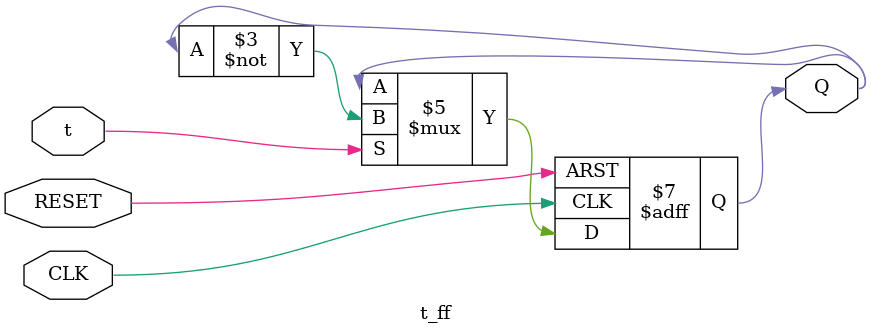
<source format=v>
`timescale 1ns / 1ps


module t_ff(
    input t,
    input CLK,
    input RESET,
    output reg Q
);

always @(posedge CLK or posedge RESET) begin
    if (RESET)
        Q <= 0;
    else if (t == 1)
        Q <= ~Q;
    else
        Q <= Q;
end

endmodule



</source>
